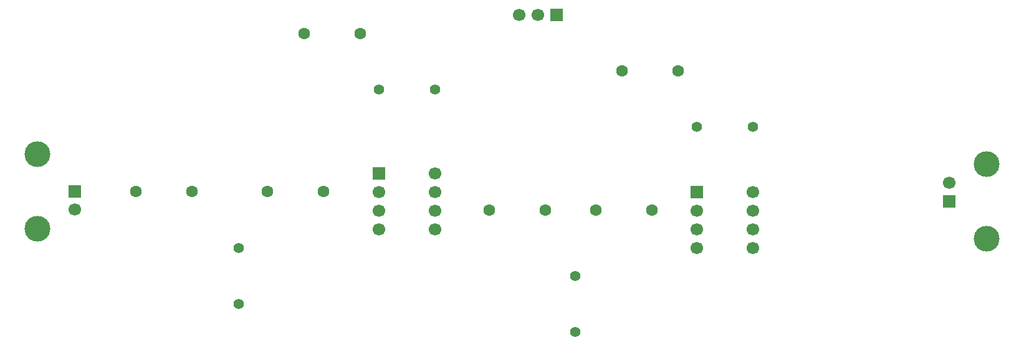
<source format=gts>
G04*
G04 #@! TF.GenerationSoftware,Altium Limited,Altium Designer,22.7.1 (60)*
G04*
G04 Layer_Color=8388736*
%FSLAX42Y42*%
%MOMM*%
G71*
G04*
G04 #@! TF.SameCoordinates,5E95509D-5024-4279-8DF4-8E0BA65E4A92*
G04*
G04*
G04 #@! TF.FilePolarity,Negative*
G04*
G01*
G75*
%ADD14C,3.50*%
%ADD15C,1.70*%
%ADD16R,1.70X1.70*%
%ADD17C,1.60*%
%ADD18C,1.40*%
%ADD19C,1.70*%
%ADD20R,1.70X1.70*%
D14*
X3866Y7755D02*
D03*
Y6735D02*
D03*
X16764Y6600D02*
D03*
Y7620D02*
D03*
D15*
X4376Y6995D02*
D03*
X16254Y7360D02*
D03*
X10668Y9652D02*
D03*
X10414D02*
D03*
D16*
X4376Y7245D02*
D03*
X16254Y7110D02*
D03*
X10922Y9652D02*
D03*
D17*
X8255Y9398D02*
D03*
X7493D02*
D03*
X12573Y8890D02*
D03*
X11811D02*
D03*
X7751Y7245D02*
D03*
X6989D02*
D03*
X5967D02*
D03*
X5205D02*
D03*
X12218Y6987D02*
D03*
X11456D02*
D03*
X10768D02*
D03*
X10006D02*
D03*
D18*
X8509Y8636D02*
D03*
X9271D02*
D03*
X12827Y8128D02*
D03*
X13589D02*
D03*
X11176Y6096D02*
D03*
Y5334D02*
D03*
X6604Y6477D02*
D03*
Y5715D02*
D03*
D19*
X9271Y6731D02*
D03*
Y6985D02*
D03*
Y7239D02*
D03*
Y7493D02*
D03*
X8509Y6731D02*
D03*
Y6985D02*
D03*
Y7239D02*
D03*
X13589Y6477D02*
D03*
Y6731D02*
D03*
Y6985D02*
D03*
Y7239D02*
D03*
X12827Y6477D02*
D03*
Y6731D02*
D03*
Y6985D02*
D03*
D20*
X8509Y7493D02*
D03*
X12827Y7239D02*
D03*
M02*

</source>
